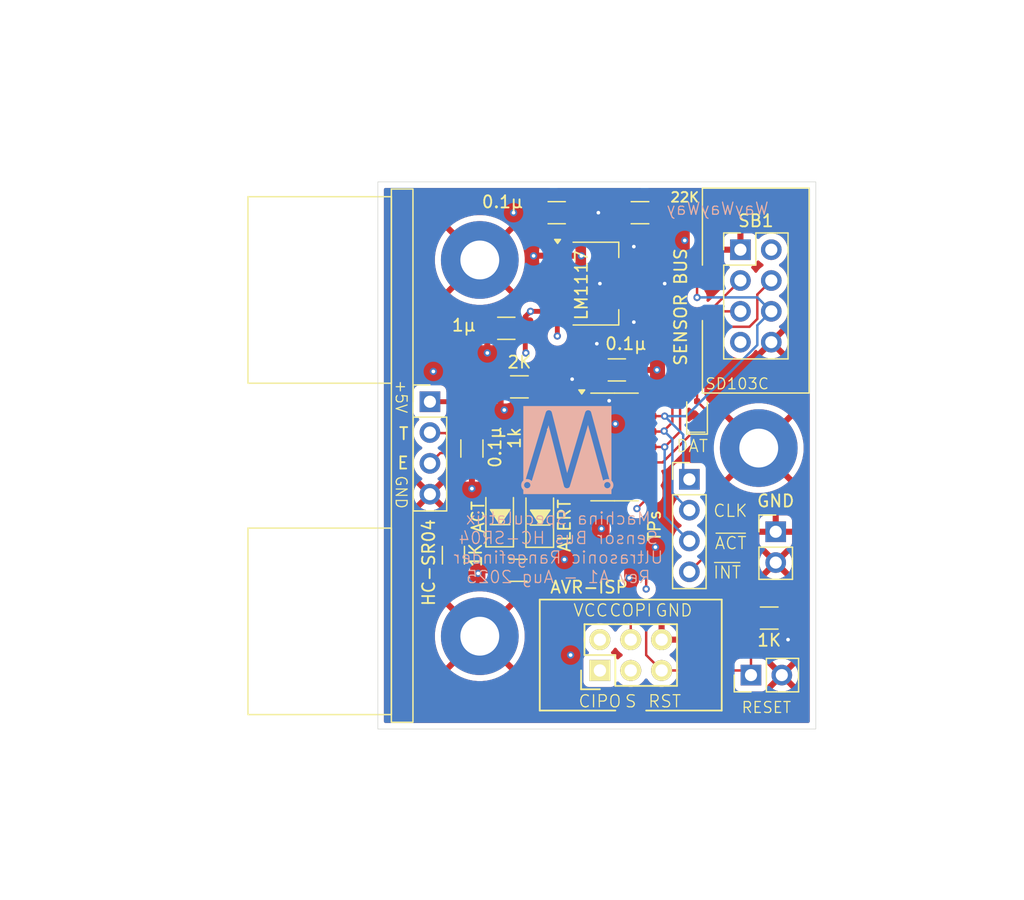
<source format=kicad_pcb>
(kicad_pcb (version 20241229) (generator "pcbnew") (generator_version "9.0")
  (layers (0 "F.Cu" signal) (4 "In1.Cu" signal) (6 "In2.Cu" signal) (2 "B.Cu" signal) (13 "F.Paste" user) (15 "B.Paste" user) (5 "F.SilkS" user "F.Silkscreen") (7 "B.SilkS" user "B.Silkscreen") (1 "F.Mask" user) (3 "B.Mask" user) (25 "Edge.Cuts" user))
  (net 0 "")
  (net 1 "GND")
  (net 2 "/ECHO_H")
  (net 3 "/TRIG")
  (net 4 "+5V")
  (net 5 "/~{RESET}")
  (net 6 "Net-(D1-K)")
  (net 7 "/SB_DAT")
  (net 8 "/SB_CLK")
  (net 9 "/~{SB_INT}")
  (net 10 "/CIPO")
  (net 11 "/~{SB_ACT}")
  (net 12 "+3V3")
  (net 13 "/ECHO_L")
  (net 14 "/SCK")
  (net 15 "/COPI")
  (net 16 "Net-(D2-K)")
  (net 17 "/ACT_LED")
  (net 18 "/ALERT_LED")
  (net 19 "/~{SB_INT}P")
  (footprint "MS_Favourites:Resistor_SMD_1206_HandSolder" (layer "F.Cu") (at 132.435 111.506)
    (property "Reference" "R2" (hide yes))
    (property "Value" "1K" (at 0 1.83 0) (layer "F.SilkS"))
    (fp_line (start -0.727064 -0.91) (end 0.727064 -0.91) (stroke (width 0.12)) (layer "F.SilkS"))
    (fp_line (start -0.727064 0.91) (end 0.727064 0.91) (stroke (width 0.12)) (layer "F.SilkS"))
    (pad "1" smd roundrect (at -1.55 0) (size 1.3 1.75) (layers "F.Cu" "F.Mask" "F.Paste") (roundrect_rratio 0.192308) (net 5 "/~{RESET}"))
    (pad "2" smd roundrect (at 1.55 0) (size 1.3 1.75) (layers "F.Cu" "F.Mask" "F.Paste") (roundrect_rratio 0.192308) (net 12 "+3V3"))
  )
  (footprint "Connector_PinHeader_2.54mm:PinHeader_1x02_P2.54mm_Vertical" (layer "F.Cu") (at 132.969 104.394)
    (property "Reference" "J2" (hide yes))
    (property "Value" "GND" (at 0 -2.535 0) (layer "F.SilkS"))
    (fp_line (start -1.38 -1.38) (end 0 -1.38) (stroke (width 0.12)) (layer "F.SilkS"))
    (fp_line (start -1.38 0) (end -1.38 -1.38) (stroke (width 0.12)) (layer "F.SilkS"))
    (fp_line (start -1.38 1.27) (end -1.38 3.92) (stroke (width 0.12)) (layer "F.SilkS"))
    (fp_line (start -1.38 1.27) (end 1.38 1.27) (stroke (width 0.12)) (layer "F.SilkS"))
    (fp_line (start -1.38 3.92) (end 1.38 3.92) (stroke (width 0.12)) (layer "F.SilkS"))
    (fp_line (start 1.38 1.27) (end 1.38 3.92) (stroke (width 0.12)) (layer "F.SilkS"))
    (pad "1" thru_hole rect (at 0 0) (size 1.7 1.7) (drill 1) (layers "*.Cu" "*.Mask") (net 1 "GND"))
    (pad "2" thru_hole circle (at 0 2.54) (size 1.7 1.7) (drill 1) (layers "*.Cu" "*.Mask") (net 1 "GND"))
  )
  (footprint "Capacitor_SMD:C_1206_3216Metric_Pad1.33x1.80mm_HandSolder" (layer "F.Cu") (at 110.7825 87.63 180)
    (property "Reference" "C2" (hide yes))
    (property "Value" "1µ" (at 3.4675 0.254 0) (layer "F.SilkS"))
    (fp_line (start -0.711252 0.91) (end 0.711252 0.91) (stroke (width 0.12)) (layer "F.SilkS"))
    (fp_line (start -0.711252 -0.91) (end 0.711252 -0.91) (stroke (width 0.12)) (layer "F.SilkS"))
    (pad "1" smd roundrect (at -1.5625 0 180) (size 1.325 1.8) (layers "F.Cu" "F.Mask" "F.Paste") (roundrect_rratio 0.188679) (net 4 "+5V"))
    (pad "2" smd roundrect (at 1.5625 0 180) (size 1.325 1.8) (layers "F.Cu" "F.Mask" "F.Paste") (roundrect_rratio 0.188679) (net 1 "GND"))
  )
  (footprint "MS_Favourites:Resistor_SMD_1206_HandSolder" (layer "F.Cu") (at 106.426 106.325 90)
    (property "Reference" "R1" (hide yes))
    (property "Value" "1K" (at 0 1.83 90) (layer "F.SilkS"))
    (fp_line (start -0.727064 -0.91) (end 0.727064 -0.91) (stroke (width 0.12)) (layer "F.SilkS"))
    (fp_line (start -0.727064 0.91) (end 0.727064 0.91) (stroke (width 0.12)) (layer "F.SilkS"))
    (pad "1" smd roundrect (at -1.55 0 90) (size 1.3 1.75) (layers "F.Cu" "F.Mask" "F.Paste") (roundrect_rratio 0.192308) (net 1 "GND"))
    (pad "2" smd roundrect (at 1.55 0 90) (size 1.3 1.75) (layers "F.Cu" "F.Mask" "F.Paste") (roundrect_rratio 0.192308) (net 6 "Net-(D1-K)"))
  )
  (footprint "Diode_SMD:D_SOD-323F" (layer "F.Cu") (at 126.492 94.742 90)
    (property "Reference" "D3" (hide yes))
    (property "Value" "SD103C" (at 2.54 3.302 180) (layer "F.SilkS") (effects (font (size 0.9 0.9) (thickness 0.1))))
    (fp_line (start -1.61 -0.85) (end 1.05 -0.85) (stroke (width 0.12)) (layer "F.SilkS"))
    (fp_line (start -1.61 -0.85) (end -1.61 0.85) (stroke (width 0.12)) (layer "F.SilkS"))
    (fp_line (start -1.61 0.85) (end 1.05 0.85) (stroke (width 0.12)) (layer "F.SilkS"))
    (pad "1" smd roundrect (at -1.1 0 90) (size 0.5 0.5) (layers "F.Cu" "F.Mask" "F.Paste") (net 19 "/~{SB_INT}P"))
    (pad "2" smd roundrect (at 1.1 0 90) (size 0.5 0.5) (layers "F.Cu" "F.Mask" "F.Paste") (net 9 "/~{SB_INT}"))
  )
  (footprint "MS_Connectors:SensorBus_2x04_P2.54mm_Vertical" (layer "F.Cu") (at 134.366 79.375)
    (property "Reference" "SB1" (at -3.031 -0.602 0) (layer "F.SilkS"))
    (property "Value" "LP_Sensor_Bus_IDC_8")
    (fp_line (start -7.434 -3.3) (end 1.355 -3.3) (stroke (width 0.12)) (layer "F.SilkS"))
    (fp_line (start -7.434 3.048) (end -7.434 -3.3) (stroke (width 0.12)) (layer "F.SilkS"))
    (fp_line (start -7.434 13.589) (end -7.434 7.62) (stroke (width 0.12)) (layer "F.SilkS"))
    (fp_line (start -5.681 0.398) (end -4.301 0.398) (stroke (width 0.12)) (layer "F.SilkS"))
    (fp_line (start -5.681 1.778) (end -5.681 0.398) (stroke (width 0.12)) (layer "F.SilkS"))
    (fp_line (start -5.681 3.048) (end -5.681 10.778) (stroke (width 0.12)) (layer "F.SilkS"))
    (fp_line (start -5.681 3.048) (end -3.031 3.048) (stroke (width 0.12)) (layer "F.SilkS"))
    (fp_line (start -5.681 10.778) (end -0.381 10.778) (stroke (width 0.12)) (layer "F.SilkS"))
    (fp_line (start -3.031 0.398) (end -0.381 0.398) (stroke (width 0.12)) (layer "F.SilkS"))
    (fp_line (start -3.031 3.048) (end -3.031 0.398) (stroke (width 0.12)) (layer "F.SilkS"))
    (fp_line (start -0.381 0.398) (end -0.381 10.778) (stroke (width 0.12)) (layer "F.SilkS"))
    (fp_line (start 1.355 -3.3) (end 1.355 13.589) (stroke (width 0.12)) (layer "F.SilkS"))
    (fp_line (start 1.355 13.589) (end -7.434 13.589) (stroke (width 0.12)) (layer "F.SilkS"))
    (pad "1" thru_hole rect (at -4.301 1.778) (size 1.7 1.7) (drill 1) (layers "*.Cu" "*.Mask") (net 1 "GND"))
    (pad "2" thru_hole circle (at -1.761 1.778) (size 1.7 1.7) (drill 1) (layers "*.Cu" "*.Mask") (net 4 "+5V"))
    (pad "3" thru_hole circle (at -4.301 4.318) (size 1.7 1.7) (drill 1) (layers "*.Cu" "*.Mask") (net 8 "/SB_CLK"))
    (pad "4" thru_hole circle (at -1.761 4.318) (size 1.7 1.7) (drill 1) (layers "*.Cu" "*.Mask") (net 9 "/~{SB_INT}"))
    (pad "5" thru_hole circle (at -4.301 6.858) (size 1.7 1.7) (drill 1) (layers "*.Cu" "*.Mask") (net 11 "/~{SB_ACT}"))
    (pad "6" thru_hole circle (at -1.761 6.858) (size 1.7 1.7) (drill 1) (layers "*.Cu" "*.Mask") (net 7 "/SB_DAT"))
    (pad "7" thru_hole circle (at -4.301 9.398) (size 1.7 1.7) (drill 1) (layers "*.Cu" "*.Mask") (net 4 "+5V"))
    (pad "8" thru_hole circle (at -1.761 9.398) (size 1.7 1.7) (drill 1) (layers "*.Cu" "*.Mask") (net 1 "GND"))
  )
  (footprint "MS_Favourites:LED_1206_SMD" (layer "F.Cu") (at 113.538 103.2145 90)
    (property "Reference" "D2" (hide yes))
    (property "Value" "ALERT" (at -0.6715 2.032 90) (layer "F.SilkS"))
    (fp_line (start 1.6 -1.135) (end -2.46 -1.135) (stroke (width 0.12)) (layer "F.SilkS"))
    (fp_line (start -2.46 -1.135) (end -2.46 1.135) (stroke (width 0.12)) (layer "F.SilkS"))
    (fp_line (start -0.63 0.84) (end -0.63 -0.78) (stroke (width 0.12)) (layer "F.SilkS"))
    (fp_line (start -2.46 1.135) (end 1.6 1.135) (stroke (width 0.12)) (layer "F.SilkS"))
    (fp_poly (pts (xy 0.6 0.84) (xy 0.6 -0.76) (xy -0.6 0.03)) (stroke (width 0.12)) (fill yes) (layer "F.SilkS"))
    (pad "1" smd roundrect (at -1.4875 0 90) (size 1.425 1.75) (layers "F.Cu" "F.Mask" "F.Paste") (roundrect_rratio 0.175439) (net 16 "Net-(D2-K)"))
    (pad "2" smd roundrect (at 1.4875 0 90) (size 1.425 1.75) (layers "F.Cu" "F.Mask" "F.Paste") (roundrect_rratio 0.175439) (net 18 "/ALERT_LED"))
  )
  (footprint "MS_Favourites:Resistor_SMD_1206_HandSolder" (layer "F.Cu") (at 111.861 92.456)
    (property "Reference" "R10" (hide yes))
    (property "Value" "2K" (at 0 -2.032 0) (layer "F.SilkS"))
    (fp_line (start -0.727064 -0.91) (end 0.727064 -0.91) (stroke (width 0.12)) (layer "F.SilkS"))
    (fp_line (start -0.727064 0.91) (end 0.727064 0.91) (stroke (width 0.12)) (layer "F.SilkS"))
    (pad "1" smd roundrect (at -1.55 0) (size 1.3 1.75) (layers "F.Cu" "F.Mask" "F.Paste") (roundrect_rratio 0.192308) (net 1 "GND"))
    (pad "2" smd roundrect (at 1.55 0) (size 1.3 1.75) (layers "F.Cu" "F.Mask" "F.Paste") (roundrect_rratio 0.192308) (net 13 "/ECHO_L"))
  )
  (footprint "Package_SO:SOIC-14_3.9x8.7mm_P1.27mm" (layer "F.Cu") (at 119.696 97.409)
    (property "Reference" "U1" (hide yes))
    (property "Value" "ATTINY84A")
    (fp_line (start 0 -4.435) (end -1.95 -4.435) (stroke (width 0.12)) (layer "F.SilkS"))
    (fp_line (start 0 -4.435) (end 1.95 -4.435) (stroke (width 0.12)) (layer "F.SilkS"))
    (fp_line (start 0 4.435) (end -1.95 4.435) (stroke (width 0.12)) (layer "F.SilkS"))
    (fp_line (start 0 4.435) (end 1.95 4.435) (stroke (width 0.12)) (layer "F.SilkS"))
    (fp_poly (pts (xy -2.7 -4.37) (xy -2.94 -4.7) (xy -2.46 -4.7)) (stroke (width 0.12)) (fill yes) (layer "F.SilkS"))
    (pad "1" smd roundrect (at -2.475 -3.81) (size 1.95 0.6) (layers "F.Cu" "F.Mask" "F.Paste") (net 12 "+3V3"))
    (pad "2" smd roundrect (at -2.475 -2.54) (size 1.95 0.6) (layers "F.Cu" "F.Mask" "F.Paste") (net 13 "/ECHO_L"))
    (pad "3" smd roundrect (at -2.475 -1.27) (size 1.95 0.6) (layers "F.Cu" "F.Mask" "F.Paste") (net 3 "/TRIG"))
    (pad "4" smd roundrect (at -2.475 0) (size 1.95 0.6) (layers "F.Cu" "F.Mask" "F.Paste") (net 5 "/~{RESET}"))
    (pad "5" smd roundrect (at -2.475 1.27) (size 1.95 0.6) (layers "F.Cu" "F.Mask" "F.Paste") (net 17 "/ACT_LED"))
    (pad "6" smd roundrect (at -2.475 2.54) (size 1.95 0.6) (layers "F.Cu" "F.Mask" "F.Paste") (net 18 "/ALERT_LED"))
    (pad "7" smd roundrect (at -2.475 3.81) (size 1.95 0.6) (layers "F.Cu" "F.Mask" "F.Paste") (net 15 "/COPI"))
    (pad "8" smd roundrect (at 2.475 3.81) (size 1.95 0.6) (layers "F.Cu" "F.Mask" "F.Paste") (net 10 "/CIPO"))
    (pad "9" smd roundrect (at 2.475 2.54) (size 1.95 0.6) (layers "F.Cu" "F.Mask" "F.Paste") (net 14 "/SCK"))
    (pad "10" smd roundrect (at 2.475 1.27) (size 1.95 0.6) (layers "F.Cu" "F.Mask" "F.Paste") (net 19 "/~{SB_INT}P"))
    (pad "11" smd roundrect (at 2.475 0) (size 1.95 0.6) (layers "F.Cu" "F.Mask" "F.Paste") (net 11 "/~{SB_ACT}"))
    (pad "12" smd roundrect (at 2.475 -1.27) (size 1.95 0.6) (layers "F.Cu" "F.Mask" "F.Paste") (net 8 "/SB_CLK"))
    (pad "13" smd roundrect (at 2.475 -2.54) (size 1.95 0.6) (layers "F.Cu" "F.Mask" "F.Paste") (net 7 "/SB_DAT"))
    (pad "14" smd roundrect (at 2.475 -3.81) (size 1.95 0.6) (layers "F.Cu" "F.Mask" "F.Paste") (net 1 "GND"))
  )
  (footprint "MS_Favourites:MountingHole_M3_Pad" (layer "F.Cu") (at 108.6 113)
    (property "Reference" "H3" (hide yes))
    (property "Value" "MountingHole_Pad" (hide yes))
    (pad "1" thru_hole circle (at 0 0) (size 6.4 6.4) (drill 3.2) (layers "*.Cu" "*.Mask") (net 1 "GND"))
  )
  (footprint "Capacitor_SMD:C_1206_3216Metric_Pad1.33x1.80mm_HandSolder" (layer "F.Cu") (at 119.888 91.059)
    (property "Reference" "C4" (hide yes))
    (property "Value" "0.1µ" (at 0.762 -2.159 0) (layer "F.SilkS"))
    (fp_line (start -0.711252 -0.91) (end 0.711252 -0.91) (stroke (width 0.12)) (layer "F.SilkS"))
    (fp_line (start -0.711252 0.91) (end 0.711252 0.91) (stroke (width 0.12)) (layer "F.SilkS"))
    (pad "1" smd roundrect (at -1.5625 0) (size 1.325 1.8) (layers "F.Cu" "F.Mask" "F.Paste") (roundrect_rratio 0.188679) (net 12 "+3V3"))
    (pad "2" smd roundrect (at 1.5625 0) (size 1.325 1.8) (layers "F.Cu" "F.Mask" "F.Paste") (roundrect_rratio 0.188679) (net 1 "GND"))
  )
  (footprint "Capacitor_SMD:C_1206_3216Metric_Pad1.33x1.80mm_HandSolder" (layer "F.Cu") (at 114.935 78.105)
    (property "Reference" "C5" (hide yes))
    (property "Value" "0.1µ" (at -4.445 -0.889 0) (layer "F.SilkS"))
    (fp_line (start -0.711252 -0.91) (end 0.711252 -0.91) (stroke (width 0.12)) (layer "F.SilkS"))
    (fp_line (start -0.711252 0.91) (end 0.711252 0.91) (stroke (width 0.12)) (layer "F.SilkS"))
    (pad "1" smd roundrect (at -1.5625 0) (size 1.325 1.8) (layers "F.Cu" "F.Mask" "F.Paste") (roundrect_rratio 0.188679) (net 1 "GND"))
    (pad "2" smd roundrect (at 1.5625 0) (size 1.325 1.8) (layers "F.Cu" "F.Mask" "F.Paste") (roundrect_rratio 0.188679) (net 12 "+3V3"))
  )
  (footprint "MS_Favourites:Resistor_SMD_1206_HandSolder" (layer "F.Cu") (at 111.76 107.569)
    (property "Reference" "R3" (hide yes))
    (property "Value" "1K")
    (fp_line (start -0.727064 -0.91) (end 0.727064 -0.91) (stroke (width 0.12)) (layer "F.SilkS"))
    (fp_line (start -0.727064 0.91) (end 0.727064 0.91) (stroke (width 0.12)) (layer "F.SilkS"))
    (pad "1" smd roundrect (at -1.55 0) (size 1.3 1.75) (layers "F.Cu" "F.Mask" "F.Paste") (roundrect_rratio 0.192308) (net 1 "GND"))
    (pad "2" smd roundrect (at 1.55 0) (size 1.3 1.75) (layers "F.Cu" "F.Mask" "F.Paste") (roundrect_rratio 0.192308) (net 16 "Net-(D2-K)"))
  )
  (footprint "MS_Connectors:AVR_ISP_HE10_2x3" (layer "F.Cu") (at 121.031 114.554 90)
    (property "Reference" "CONN1" (hide yes))
    (property "Value" "AVR-ISP" (at 5.588 -3.429 180) (layer "F.SilkS"))
    (fp_line (start 4.572 -7.493) (end 4.572 7.493) (stroke (width 0.15)) (layer "F.SilkS"))
    (fp_line (start -4.572 -7.493) (end 4.572 -7.493) (stroke (width 0.15)) (layer "F.SilkS"))
    (fp_line (start -2.82 -4.09) (end -1.27 -4.09) (stroke (width 0.15)) (layer "F.SilkS"))
    (fp_line (start -2.82 -4.09) (end -2.82 -2.54) (stroke (width 0.15)) (layer "F.SilkS"))
    (fp_line (start 2.54 -3.81) (end 0 -3.81) (stroke (width 0.15)) (layer "F.SilkS"))
    (fp_line (start 0 -3.81) (end 0 -1.27) (stroke (width 0.15)) (layer "F.SilkS"))
    (fp_line (start 2.54 -1.27) (end 2.54 -3.81) (stroke (width 0.15)) (layer "F.SilkS"))
    (fp_line (start 0 -1.27) (end -2.54 -1.27) (stroke (width 0.15)) (layer "F.SilkS"))
    (fp_line (start -2.54 -1.27) (end -2.54 3.81) (stroke (width 0.15)) (layer "F.SilkS"))
    (fp_line (start -4.572 -1.27) (end -4.572 -7.493) (stroke (width 0.15)) (layer "F.SilkS"))
    (fp_line (start 2.54 3.81) (end 2.54 -1.27) (stroke (width 0.15)) (layer "F.SilkS"))
    (fp_line (start -2.54 3.81) (end 2.54 3.81) (stroke (width 0.15)) (layer "F.SilkS"))
    (fp_line (start 4.572 7.493) (end -4.572 7.493) (stroke (width 0.15)) (layer "F.SilkS"))
    (fp_line (start -4.572 7.493) (end -4.572 1.27) (stroke (width 0.15)) (layer "F.SilkS"))
    (fp_text user "COPI" (at 3.683 0 180) (layer "F.SilkS") (effects (font (thickness 0.1))))
    (fp_text user "VCC" (at 3.683 -3.302 180) (layer "F.SilkS") (effects (font (thickness 0.1))))
    (fp_text user "CIPO" (at -3.81 -2.54 180) (layer "F.SilkS") (effects (font (thickness 0.1))))
    (fp_text user "S" (at -3.81 0 180) (layer "F.SilkS") (effects (font (thickness 0.1))))
    (fp_text user "RST" (at -3.81 2.794 180) (layer "F.SilkS") (effects (font (thickness 0.1))))
    (fp_text user "GND" (at 3.683 3.556 180) (layer "F.SilkS") (effects (font (thickness 0.1))))
    (pad "1" thru_hole rect (at -1.27 -2.54 180) (size 1.7272 1.7272) (drill 1.016) (layers "*.Cu" "*.Mask" "F.SilkS") (net 10 "/CIPO"))
    (pad "2" thru_hole oval (at 1.27 -2.54 90) (size 1.7272 1.7272) (drill 1.016) (layers "*.Cu" "*.Mask" "F.SilkS") (net 4 "+5V"))
    (pad "3" thru_hole oval (at -1.27 0 90) (size 1.7272 1.7272) (drill 1.016) (layers "*.Cu" "*.Mask" "F.SilkS") (net 14 "/SCK"))
    (pad "4" thru_hole oval (at 1.27 0 90) (size 1.7272 1.7272) (drill 1.016) (layers "*.Cu" "*.Mask" "F.SilkS") (net 15 "/COPI"))
    (pad "5" thru_hole oval (at -1.27 2.54 90) (size 1.7272 1.7272) (drill 1.016) (layers "*.Cu" "*.Mask" "F.SilkS") (net 5 "/~{RESET}"))
    (pad "6" thru_hole oval (at 1.27 2.54 90) (size 1.7272 1.7272) (drill 1.016) (layers "*.Cu" "*.Mask" "F.SilkS") (net 1 "GND"))
  )
  (footprint "MS_Favourites:Resistor_SMD_1206_HandSolder" (layer "F.Cu") (at 113.284 96.673 -90)
    (property "Reference" "R9" (hide yes))
    (property "Value" "1k" (at 0 1.83 90) (layer "F.SilkS"))
    (fp_line (start -0.727064 0.91) (end 0.727064 0.91) (stroke (width 0.12)) (layer "F.SilkS"))
    (fp_line (start -0.727064 -0.91) (end 0.727064 -0.91) (stroke (width 0.12)) (layer "F.SilkS"))
    (pad "1" smd roundrect (at -1.55 0 270) (size 1.3 1.75) (layers "F.Cu" "F.Mask" "F.Paste") (roundrect_rratio 0.192308) (net 13 "/ECHO_L"))
    (pad "2" smd roundrect (at 1.55 0 270) (size 1.3 1.75) (layers "F.Cu" "F.Mask" "F.Paste") (roundrect_rratio 0.192308) (net 2 "/ECHO_H"))
  )
  (footprint "Connector_PinHeader_2.54mm:PinHeader_1x04_P2.54mm_Vertical" (layer "F.Cu") (at 125.857 100.076)
    (property "Reference" "J1" (hide yes))
    (property "Value" "TPs")
    (fp_line (start -1.38 -1.38) (end 0 -1.38) (stroke (width 0.12)) (layer "F.SilkS"))
    (fp_line (start -1.38 0) (end -1.38 -1.38) (stroke (width 0.12)) (layer "F.SilkS"))
    (fp_line (start -1.38 1.27) (end -1.38 9) (stroke (width 0.12)) (layer "F.SilkS"))
    (fp_line (start -1.38 1.27) (end 1.38 1.27) (stroke (width 0.12)) (layer "F.SilkS"))
    (fp_line (start -1.38 9) (end 1.38 9) (stroke (width 0.12)) (layer "F.SilkS"))
    (fp_line (start 1.38 1.27) (end 1.38 9) (stroke (width 0.12)) (layer "F.SilkS"))
    (pad "1" thru_hole rect (at 0 0) (size 1.7 1.7) (drill 1) (layers "*.Cu" "*.Mask") (net 7 "/SB_DAT"))
    (pad "2" thru_hole circle (at 0 2.54) (size 1.7 1.7) (drill 1) (layers "*.Cu" "*.Mask") (net 8 "/SB_CLK"))
    (pad "3" thru_hole circle (at 0 5.08) (size 1.7 1.7) (drill 1) (layers "*.Cu" "*.Mask") (net 11 "/~{SB_ACT}"))
    (pad "4" thru_hole circle (at 0 7.62) (size 1.7 1.7) (drill 1) (layers "*.Cu" "*.Mask") (net 9 "/~{SB_INT}"))
  )
  (footprint "MS_General:HC-SR04" (layer "F.Cu") (at 104.4935 97.489)
    (property "Reference" "A1" (hide yes))
    (property "Value" "HC-SR04" (at -0.0995 9.445 90) (layer "F.SilkS"))
    (fp_line (start -1.38 -5.19) (end 0 -5.19) (stroke (width 0.12)) (layer "F.SilkS"))
    (fp_line (start -1.38 -3.81) (end -1.38 -5.19) (stroke (width 0.12)) (layer "F.SilkS"))
    (fp_line (start -1.38 -2.54) (end -1.38 5.19) (stroke (width 0.12)) (layer "F.SilkS"))
    (fp_line (start -1.38 -2.54) (end 1.38 -2.54) (stroke (width 0.12)) (layer "F.SilkS"))
    (fp_line (start -1.38 5.19) (end 1.38 5.19) (stroke (width 0.12)) (layer "F.SilkS"))
    (fp_line (start 1.38 -2.54) (end 1.38 5.19) (stroke (width 0.12)) (layer "F.SilkS"))
    (fp_rect (start -14.986 -20.701) (end -3.175 -5.334) (stroke (width 0.12)) (fill no) (layer "F.SilkS"))
    (fp_rect (start -14.986 6.604) (end -3.175 21.971) (stroke (width 0.12)) (fill no) (layer "F.SilkS"))
    (fp_rect (start -3.175 -21.336) (end -1.397 22.606) (stroke (width 0.12)) (fill no) (layer "F.SilkS"))
    (fp_text user "GND" (at -2.8935 2.206 270) (layer "F.SilkS") (effects (font (size 0.9 0.9) (thickness 0.1)) (justify left bottom)))
    (fp_text user "+5V" (at -2.8935 -5.668 270) (layer "F.SilkS") (effects (font (size 0.9 0.9) (thickness 0.1)) (justify left bottom)))
    (fp_text user "T" (at -2.6395 -0.588 0) (layer "F.SilkS") (effects (justify left bottom)))
    (fp_text user "E" (at -2.7665 1.825 0) (layer "F.SilkS") (effects (justify left bottom)))
    (pad "1" thru_hole rect (at 0 -3.81) (size 1.7 1.7) (drill 1) (layers "*.Cu" "*.Mask") (net 4 "+5V"))
    (pad "2" thru_hole circle (at 0 -1.27) (size 1.7 1.7) (drill 1) (layers "*.Cu" "*.Mask") (net 3 "/TRIG"))
    (pad "3" thru_hole circle (at 0 1.27) (size 1.7 1.7) (drill 1) (layers "*.Cu" "*.Mask") (net 2 "/ECHO_H"))
    (pad "4" thru_hole circle (at 0 3.81) (size 1.7 1.7) (drill 1) (layers "*.Cu" "*.Mask") (net 1 "GND"))
  )
  (footprint "Package_TO_SOT_SMD:SOT-223-3_TabPin2" (layer "F.Cu") (at 118.135 83.947)
    (property "Reference" "LM1" (hide yes))
    (property "Value" "LM1117" (at -1.168 0.127 90) (layer "F.SilkS"))
    (fp_line (start -1.85 -3.41) (end 1.91 -3.41) (stroke (width 0.12)) (layer "F.SilkS"))
    (fp_line (start -1.85 3.41) (end 1.91 3.41) (stroke (width 0.12)) (layer "F.SilkS"))
    (fp_line (start 1.91 -3.41) (end 1.91 -2.15) (stroke (width 0.12)) (layer "F.SilkS"))
    (fp_line (start 1.91 3.41) (end 1.91 2.15) (stroke (width 0.12)) (layer "F.SilkS"))
    (fp_poly (pts (xy -3.13 -3.31) (xy -3.37 -3.64) (xy -2.89 -3.64) (xy -3.13 -3.31)) (stroke (width 0.12)) (fill yes) (layer "F.SilkS"))
    (pad "1" smd roundrect (at -3.15 -2.3) (size 2 1.5) (layers "F.Cu" "F.Mask" "F.Paste") (net 1 "GND"))
    (pad "2" smd roundrect (at -3.15 0) (size 2 1.5) (layers "F.Cu" "F.Mask" "F.Paste") (net 12 "+3V3"))
    (pad "2" smd roundrect (at 3.15 0) (size 2 3.8) (layers "F.Cu" "F.Mask" "F.Paste") (net 12 "+3V3"))
    (pad "3" smd roundrect (at -3.15 2.3) (size 2 1.5) (layers "F.Cu" "F.Mask" "F.Paste") (net 4 "+5V"))
  )
  (footprint "MS_Favourites:Resistor_SMD_1206_HandSolder" (layer "F.Cu") (at 121.793 78.105 180)
    (property "Reference" "R8" (hide yes))
    (property "Value" "22K" (at -3.683 1.27 0) (layer "F.SilkS") (effects (font (size 0.8 0.8))))
    (fp_line (start -0.727064 0.91) (end 0.727064 0.91) (stroke (width 0.12)) (layer "F.SilkS"))
    (fp_line (start -0.727064 -0.91) (end 0.727064 -0.91) (stroke (width 0.12)) (layer "F.SilkS"))
    (pad "1" smd roundrect (at -1.55 0 180) (size 1.3 1.75) (layers "F.Cu" "F.Mask" "F.Paste") (roundrect_rratio 0.192308) (net 7 "/SB_DAT"))
    (pad "2" smd roundrect (at 1.55 0 180) (size 1.3 1.75) (layers "F.Cu" "F.Mask" "F.Paste") (roundrect_rratio 0.192308) (net 12 "+3V3"))
  )
  (footprint "MS_Favourites:MountingHole_M3_Pad" (layer "F.Cu") (at 108.6 82)
    (property "Reference" "H1" (hide yes))
    (property "Value" "MountingHole_Pad" (hide yes))
    (pad "1" thru_hole circle (at 0 0) (size 6.4 6.4) (drill 3.2) (layers "*.Cu" "*.Mask") (net 1 "GND"))
  )
  (footprint "Connector_PinHeader_2.54mm:PinHeader_1x02_P2.54mm_Vertical" (layer "F.Cu") (at 130.932 116.205 90)
    (property "Reference" "J3" (hide yes))
    (property "Value" "RESET" (at -2.667 1.27 180) (layer "F.SilkS") (effects (font (size 0.9 0.9) (thickness 0.1))))
    (fp_line (start -1.38 -1.38) (end 0 -1.38) (stroke (width 0.12)) (layer "F.SilkS"))
    (fp_line (start -1.38 0) (end -1.38 -1.38) (stroke (width 0.12)) (layer "F.SilkS"))
    (fp_line (start 1.38 1.27) (end 1.38 3.92) (stroke (width 0.12)) (layer "F.SilkS"))
    (fp_line (start -1.38 1.27) (end 1.38 1.27) (stroke (width 0.12)) (layer "F.SilkS"))
    (fp_line (start -1.38 1.27) (end -1.38 3.92) (stroke (width 0.12)) (layer "F.SilkS"))
    (fp_line (start -1.38 3.92) (end 1.38 3.92) (stroke (width 0.12)) (layer "F.SilkS"))
    (pad "1" thru_hole rect (at 0 0 90) (size 1.7 1.7) (drill 1) (layers "*.Cu" "*.Mask") (net 5 "/~{RESET}"))
    (pad "2" thru_hole circle (at 0 2.54 90) (size 1.7 1.7) (drill 1) (layers "*.Cu" "*.Mask") (net 1 "GND"))
  )
  (footprint "Capacitor_SMD:C_1206_3216Metric_Pad1.33x1.80mm_HandSolder" (layer "F.Cu") (at 107.95 97.536 -90)
    (property "Reference" "C1" (hide yes))
    (property "Value" "0.1µ" (at -0.127 -1.905 90) (layer "F.SilkS"))
    (fp_line (start -0.711252 0.91) (end 0.711252 0.91) (stroke (width 0.12)) (layer "F.SilkS"))
    (fp_line (start -0.711252 -0.91) (end 0.711252 -0.91) (stroke (width 0.12)) (layer "F.SilkS"))
    (pad "1" smd roundrect (at -1.5625 0 270) (size 1.325 1.8) (layers "F.Cu" "F.Mask" "F.Paste") (roundrect_rratio 0.188679) (net 4 "+5V"))
    (pad "2" smd roundrect (at 1.5625 0 270) (size 1.325 1.8) (layers "F.Cu" "F.Mask" "F.Paste") (roundrect_rratio 0.188679) (net 1 "GND"))
  )
  (footprint "MS_Favourites:LED_1206_SMD" (layer "F.Cu") (at 110.236 103.178 90)
    (property "Reference" "D1" (hide yes))
    (property "Value" "ACT" (at 0 -1.778 90) (layer "F.SilkS"))
    (fp_line (start 1.6 -1.135) (end -2.46 -1.135) (stroke (width 0.12)) (layer "F.SilkS"))
    (fp_line (start -2.46 -1.135) (end -2.46 1.135) (stroke (width 0.12)) (layer "F.SilkS"))
    (fp_line (start -0.63 0.84) (end -0.63 -0.78) (stroke (width 0.12)) (layer "F.SilkS"))
    (fp_line (start -2.46 1.135) (end 1.6 1.135) (stroke (width 0.12)) (layer "F.SilkS"))
    (fp_poly (pts (xy 0.6 0.84) (xy 0.6 -0.76) (xy -0.6 0.03)) (stroke (width 0.12)) (fill yes) (layer "F.SilkS"))
    (pad "1" smd roundrect (at -1.4875 0 90) (size 1.425 1.75) (layers "F.Cu" "F.Mask" "F.Paste") (roundrect_rratio 0.175439) (net 6 "Net-(D1-K)"))
    (pad "2" smd roundrect (at 1.4875 0 90) (size 1.425 1.75) (layers "F.Cu" "F.Mask" "F.Paste") (roundrect_rratio 0.175439) (net 17 "/ACT_LED"))
  )
  (footprint "MS_Favourites:MountingHole_M3_Pad" (layer "F.Cu") (at 131.572 97.5)
    (property "Reference" "H2" (hide yes))
    (property "Value" "MountingHole_Pad" (hide yes))
    (pad "1" thru_hole circle (at 0 0) (size 6.4 6.4) (drill 3.2) (layers "*.Cu" "*.Mask") (net 1 "GND"))
  )
  (footprint "MS_General:MS-logo" (layer "B.Cu") (at 115.824 97.663 180)
    (property "Reference" "G***" (hide yes))
    (property "Value" "LOGO" (hide yes))
    (fp_poly (pts (xy 3.639371 -2.501401) (xy 3.672212 -2.532865) (xy 3.732284 -2.604746) (xy 3.776043 -2.687398) (xy 3.80349 -2.777438) (xy 3.814625 -2.871481) (xy 3.809447 -2.966141) (xy 3.787957 -3.058035) (xy 3.750154 -3.143777) (xy 3.696039 -3.219984) (xy 3.672212 -3.244771) (xy 3.639371 -3.276235) (xy 3.639371 -3.628571) (xy -3.617772 -3.628571) (xy -3.617772 -3.258612) (xy -3.654326 -3.218152) (xy -3.713197 -3.137669) (xy -3.753624 -3.048991) (xy -3.775607 -2.955161) (xy -3.777358 -2.907721) (xy -3.538689 -2.907721) (xy -3.524776 -2.973768) (xy -3.49322 -3.033423) (xy -3.445997 -3.083652) (xy -3.385084 -3.121423) (xy -3.337524 -3.138268) (xy -3.291562 -3.14626) (xy -3.246874 -3.143959) (xy -3.19501 -3.130652) (xy -3.177898 -3.124802) (xy -3.135902 -3.101435) (xy -3.094035 -3.064286) (xy -3.058707 -3.02024) (xy -3.03633 -2.976179) (xy -3.034797 -2.971137) (xy -3.023161 -2.893642) (xy -3.032227 -2.820988) (xy -3.061724 -2.754459) (xy -3.088557 -2.718647) (xy -3.142476 -2.671863) (xy -3.203077 -2.643368) (xy -3.267091 -2.632283) (xy -3.331247 -2.637726) (xy -3.392277 -2.658817) (xy -3.446911 -2.694676) (xy -3.491879 -2.744423) (xy -3.523913 -2.807177) (xy -3.532983 -2.838315) (xy -3.538689 -2.907721) (xy -3.777358 -2.907721) (xy -3.779148 -2.859225) (xy -3.764245 -2.764226) (xy -3.730899 -2.67321) (xy -3.67911 -2.589221) (xy -3.654326 -2.559484) (xy -3.617772 -2.519023) (xy -3.617772 -2.398635) (xy -3.433881 -2.398635) (xy -3.428416 -2.40576) (xy -3.409322 -2.403838) (xy -3.395191 -2.40092) (xy -3.340087 -2.394081) (xy -3.274297 -2.393003) (xy -3.207291 -2.397319) (xy -3.148539 -2.406662) (xy -3.131298 -2.411165) (xy -3.090484 -2.426848) (xy -3.043085 -2.450005) (xy -3.003169 -2.473271) (xy -2.970293 -2.493931) (xy -2.945398 -2.508463) (xy -2.933071 -2.514216) (xy -2.932534 -2.514105) (xy -2.929529 -2.503524) (xy -2.921146 -2.473035) (xy -2.907642 -2.423582) (xy -2.88927 -2.356107) (xy -2.866288 -2.271554) (xy -2.83895 -2.170866) (xy -2.807513 -2.054986) (xy -2.772231 -1.924857) (xy -2.733361 -1.781423) (xy -2.691158 -1.625626) (xy -2.645877 -1.458411) (xy -2.597774 -1.28072) (xy -2.547106 -1.093496) (xy -2.494126 -0.897683) (xy -2.439092 -0.694223) (xy -2.382258 -0.484061) (xy -2.32388 -0.268138) (xy -2.310618 -0.219078) (xy -2.251944 -0.002077) (xy -2.194753 0.209327) (xy -2.139303 0.414195) (xy -2.085848 0.611587) (xy -2.034643 0.800562) (xy -1.985944 0.980181) (xy -1.940006 1.149503) (xy -1.897086 1.307589) (xy -1.857438 1.453498) (xy -1.821318 1.58629) (xy -1.788981 1.705025) (xy -1.760683 1.808764) (xy -1.736679 1.896566) (xy -1.717225 1.96749) (xy -1.702576 2.020598) (xy -1.692988 2.054949) (xy -1.688716 2.069603) (xy -1.688513 2.070089) (xy -1.685262 2.059643) (xy -1.676157 2.029373) (xy -1.661462 1.980167) (xy -1.64144 1.912914) (xy -1.616355 1.828504) (xy -1.586469 1.727826) (xy -1.552047 1.611768) (xy -1.513351 1.481221) (xy -1.470645 1.337074) (xy -1.424193 1.180215) (xy -1.374257 1.011534) (xy -1.321101 0.831921) (xy -1.264989 0.642263) (xy -1.206184 0.443452) (xy -1.144949 0.236375) (xy -1.081548 0.021923) (xy -1.016243 -0.199017) (xy -0.9493 -0.425553) (xy -0.93975 -0.457874) (xy -0.872464 -0.685502) (xy -0.806684 -0.907846) (xy -0.742679 -1.124006) (xy -0.680716 -1.333079) (xy -0.621065 -1.534164) (xy -0.563996 -1.72636) (xy -0.509776 -1.908765) (xy -0.458675 -2.080477) (xy -0.410961 -2.240595) (xy -0.366904 -2.388217) (xy -0.326772 -2.522442) (xy -0.290835 -2.642369) (xy -0.25936 -2.747095) (xy -0.232617 -2.835719) (xy -0.210875 -2.90734) (xy -0.194402 -2.961057) (xy -0.183468 -2.995966) (xy -0.178342 -3.011168) (xy -0.178131 -3.011623) (xy -0.146562 -3.059074) (xy -0.107297 -3.094872) (xy -0.075595 -3.11484) (xy -0.020702 -3.135403) (xy 0.043196 -3.143095) (xy 0.107557 -3.137643) (xy 0.15659 -3.122312) (xy 0.216902 -3.083421) (xy 0.263579 -3.029828) (xy 0.281416 -2.996811) (xy 0.285758 -2.982514) (xy 0.295117 -2.948196) (xy 0.305833 -2.907721) (xy 3.059695 -2.907721) (xy 3.073608 -2.973768) (xy 3.105165 -3.033423) (xy 3.152388 -3.083652) (xy 3.2133 -3.121423) (xy 3.26086 -3.138268) (xy 3.306822 -3.14626) (xy 3.35151 -3.143959) (xy 3.403374 -3.130652) (xy 3.420486 -3.124802) (xy 3.462483 -3.101435) (xy 3.50435 -3.064286) (xy 3.539677 -3.02024) (xy 3.562054 -2.976179) (xy 3.563587 -2.971137) (xy 3.575224 -2.893642) (xy 3.566157 -2.820988) (xy 3.536661 -2.754459) (xy 3.509827 -2.718647) (xy 3.455908 -2.671863) (xy 3.395307 -2.643368) (xy 3.331294 -2.632283) (xy 3.267137 -2.637726) (xy 3.206108 -2.658817) (xy 3.151474 -2.694676) (xy 3.106505 -2.744423) (xy 3.074472 -2.807177) (xy 3.065402 -2.838315) (xy 3.059695 -2.907721) (xy 0.305833 -2.907721) (xy 0.309258 -2.894784) (xy 0.327943 -2.823208) (xy 0.350935 -2.734395) (xy 0.378 -2.629274) (xy 0.408899 -2.508773) (xy 0.443397 -2.37382) (xy 0.481257 -2.225344) (xy 0.522243 -2.064272) (xy 0.566118 -1.891535) (xy 0.612645 -1.708059) (xy 0.661589 -1.514773) (xy 0.712713 -1.312605) (xy 0.765779 -1.102484) (xy 0.820553 -0.885338) (xy 0.876797 -0.662095) (xy 0.929878 -0.451161) (xy 0.987084 -0.223768) (xy 1.04291 -0.001954) (xy 1.097129 0.213373) (xy 1.14951 0.421307) (xy 1.199826 0.620943) (xy 1.247846 0.811374) (xy 1.293343 0.991695) (xy 1.336086 1.161) (xy 1.375848 1.318381) (xy 1.412398 1.462935) (xy 1.445509 1.593754) (xy 1.474951 1.709933) (xy 1.500495 1.810565) (xy 1.521913 1.894745) (xy 1.538974 1.961566) (xy 1.551451 2.010123) (xy 1.559114 2.039509) (xy 1.561729 2.048843) (xy 1.565022 2.038422) (xy 1.574247 2.008247) (xy 1.589122 1.95925) (xy 1.609367 1.892363) (xy 1.634701 1.808518) (xy 1.664843 1.708648) (xy 1.699513 1.593684) (xy 1.73843 1.464558) (xy 1.781313 1.322203) (xy 1.827881 1.167551) (xy 1.877854 1.001533) (xy 1.930951 0.825082) (xy 1.986891 0.639129) (xy 2.045394 0.444608) (xy 2.106177 0.242449) (xy 2.168962 0.033585) (xy 2.233467 -0.181052) (xy 2.252088 -0.243022) (xy 2.31706 -0.45922) (xy 2.380413 -0.669957) (xy 2.441863 -0.874298) (xy 2.501129 -1.071308) (xy 2.557928 -1.260051) (xy 2.61198 -1.439593) (xy 2.663001 -1.608998) (xy 2.71071 -1.76733) (xy 2.754825 -1.913655) (xy 2.795064 -2.047036) (xy 2.831145 -2.16654) (xy 2.862785 -2.27123) (xy 2.889704 -2.360172) (xy 2.911618 -2.432429) (xy 2.928246 -2.487068) (xy 2.939305 -2.523151) (xy 2.944515 -2.539745) (xy 2.944887 -2.540771) (xy 2.954784 -2.53873) (xy 2.975568 -2.525014) (xy 2.997955 -2.506692) (xy 3.075699 -2.452095) (xy 3.164651 -2.413502) (xy 3.259943 -2.392492) (xy 3.355888 -2.390575) (xy 3.402346 -2.392968) (xy 3.428335 -2.390626) (xy 3.434183 -2.385804) (xy 3.431123 -2.37469) (xy 3.422148 -2.343933) (xy 3.407572 -2.294571) (xy 3.387706 -2.227645) (xy 3.362862 -2.144191) (xy 3.333352 -2.045249) (xy 3.299488 -1.931859) (xy 3.261583 -1.805058) (xy 3.219948 -1.665886) (xy 3.174895 -1.515381) (xy 3.126736 -1.354582) (xy 3.075783 -1.184528) (xy 3.022349 -1.006258) (xy 2.966744 -0.82081) (xy 2.909281 -0.629224) (xy 2.850273 -0.432538) (xy 2.79003 -0.231791) (xy 2.728866 -0.028022) (xy 2.667091 0.177731) (xy 2.605019 0.384428) (xy 2.54296 0.591031) (xy 2.481228 0.796501) (xy 2.420133 0.999799) (xy 2.359989 1.199886) (xy 2.301106 1.395724) (xy 2.243797 1.586274) (xy 2.188374 1.770497) (xy 2.135149 1.947354) (xy 2.084434 2.115806) (xy 2.03654 2.274815) (xy 1.991781 2.423341) (xy 1.950467 2.560347) (xy 1.912911 2.684792) (xy 1.879425 2.795639) (xy 1.85032 2.891848) (xy 1.825909 2.972381) (xy 1.806504 3.036199) (xy 1.792417 3.082263) (xy 1.783959 3.109534) (xy 1.781582 3.116816) (xy 1.746285 3.182619) (xy 1.696597 3.233051) (xy 1.634654 3.26665) (xy 1.562589 3.281952) (xy 1.539482 3.282756) (xy 1.46417 3.273064) (xy 1.399148 3.245361) (xy 1.346327 3.200837) (xy 1.307615 3.140683) (xy 1.306047 3.137203) (xy 1.301698 3.1229) (xy 1.292329 3.088578) (xy 1.278178 3.035166) (xy 1.259482 2.963595) (xy 1.236477 2.874794) (xy 1.209401 2.769694) (xy 1.178491 2.649223) (xy 1.143983 2.514313) (xy 1.106116 2.365893) (xy 1.065125 2.204893) (xy 1.021248 2.032242) (xy 0.974722 1.848871) (xy 0.925784 1.65571) (xy 0.874671 1.453689) (xy 0.821619 1.243737) (xy 0.766867 1.026784) (xy 0.710651 0.803761) (xy 0.659326 0.599914) (xy 0.602176 0.37284) (xy 0.546406 0.15131) (xy 0.492245 -0.063766) (xy 0.439923 -0.271478) (xy 0.389669 -0.470916) (xy 0.341714 -0.661171) (xy 0.296287 -0.841333) (xy 0.253618 -1.010491) (xy 0.213936 -1.167736) (xy 0.177471 -1.312157) (xy 0.144452 -1.442846) (xy 0.11511 -1.558892) (xy 0.089674 -1.659385) (xy 0.068374 -1.743416) (xy 0.051439 -1.810074) (xy 0.039099 -1.85845) (xy 0.031583 -1.887634) (xy 0.029125 -1.896753) (xy 0.025877 -1.88678) (xy 0.016782 -1.856987) (xy 0.002105 -1.808268) (xy -0.017888 -1.741518) (xy -0.042932 -1.657631) (xy -0.07276 -1.557502) (xy -0.107108 -1.442027) (xy -0.14571 -1.3121) (xy -0.188301 -1.168616) (xy -0.234614 -1.01247) (xy -0.284385 -0.844556) (xy -0.337348 -0.665769) (xy -0.393238 -0.477005) (xy -0.451788 -0.279157) (xy -0.512734 -0.073121) (xy -0.57581 0.140208) (xy -0.640751 0.359935) (xy -0.706166 0.58136) (xy -0.772923 0.807315) (xy -0.83821 1.028178) (xy -0.901753 1.243026) (xy -0.963278 1.450937) (xy -1.022511 1.650989) (xy -1.079178 1.84226) (xy -1.133005 2.023825) (xy -1.183717 2.194764) (xy -1.231042 2.354154) (xy -1.274704 2.501072) (xy -1.31443 2.634595) (xy -1.349946 2.753802) (xy -1.380978 2.857769) (xy -1.407251 2.945575) (xy -1.428492 3.016296) (xy -1.444428 3.069011) (xy -1.454783 3.102797) (xy -1.459178 3.116457) (xy -1.494335 3.182605) (xy -1.543698 3.233005) (xy -1.605488 3.266437) (xy -1.677926 3.281677) (xy -1.700893 3.282519) (xy -1.774969 3.272937) (xy -1.840286 3.2453) (xy -1.893963 3.201277) (xy -1.929169 3.15052) (xy -1.932933 3.138352) (xy -1.942049 3.106386) (xy -1.956232 3.055675) (xy -1.975196 2.987272) (xy -1.998655 2.902229) (xy -2.026323 2.801598) (xy -2.057914 2.686433) (xy -2.093143 2.557785) (xy -2.131723 2.416707) (xy -2.173369 2.264252) (xy -2.217796 2.101472) (xy -2.264716 1.929419) (xy -2.313845 1.749146) (xy -2.364897 1.561705) (xy -2.417585 1.368149) (xy -2.471624 1.169531) (xy -2.526729 0.966902) (xy -2.582613 0.761316) (xy -2.63899 0.553824) (xy -2.695574 0.34548) (xy -2.752081 0.137335) (xy -2.808224 -0.069558) (xy -2.863717 -0.274146) (xy -2.918274 -0.475377) (xy -2.97161 -0.672199) (xy -3.023438 -0.863558) (xy -3.073473 -1.048403) (xy -3.12143 -1.225682) (xy -3.167022 -1.39434) (xy -3.209963 -1.553327) (xy -3.249968 -1.70159) (xy -3.28675 -1.838075) (xy -3.320025 -1.961732) (xy -3.349506 -2.071506) (xy -3.374907 -2.166347) (xy -3.395943 -2.245201) (xy -3.412327 -2.307015) (xy -3.423775 -2.350738) (xy -3.429999 -2.375317) (xy -3.430915 -2.379322) (xy -3.433881 -2.398635) (xy -3.617772 -2.398635) (xy -3.617772 3.628572) (xy 3.639371 3.628572)) (fill yes) (layer "B.SilkS"))
  )
  (gr_line (start 125.7935 96.1898) (end 127.1524 96.1898) (stroke (width 0.1)) (layer "F.SilkS"))
  (gr_rect (start 100.203 75.565) (end 136.271 120.65) (stroke (width 0.05)) (fill no) (layer "Edge.Cuts"))
  (gr_text "SENSOR BUS" (at 125.73 90.805 90) (layer "F.SilkS") (effects (font (size 1 1)) (justify left bottom)))
  (gr_text "CLK" (at 127.762 103.251 0) (layer "F.SilkS") (effects (font (size 1 1) (thickness 0.1)) (justify left bottom)))
  (gr_text "~{ACT}" (at 127.889 105.918 0) (layer "F.SilkS") (effects (font (size 1 1) (thickness 0.1)) (justify left bottom)))
  (gr_text "~{INT}" (at 127.762 108.331 0) (layer "F.SilkS") (effects (font (size 1 1) (thickness 0.1)) (justify left bottom)))
  (gr_text "DAT" (at 124.714 97.917 0) (layer "F.SilkS") (effects (font (size 1 1) (thickness 0.1)) (justify left bottom)))
  (gr_text "TPs" (at 123.571 105.283 90) (layer "F.SilkS") (effects (font (size 1 1)) (justify left bottom)))
  (gr_text "Machina Speculatrix\nSensor Bus HC-SR04\nUltrasonic Rangefinder\nRev A1 - Aug 2025" (at 115.062 108.712 0) (layer "B.SilkS") (effects (font (size 1 1) (thickness 0.1)) (justify bottom mirror)))
  (gr_text "WayWayWay" (at 132.461 78.359 0) (layer "B.SilkS") (effects (font (size 1 1) (thickness 0.1)) (justify left bottom mirror)))
  (segment (start 109.22 87.63) (end 109.22 89.662) (width 0.4) (layer "F.Cu") (net 1))
  (segment (start 121.4505 91.059) (end 121.793 91.4015) (width 0.4) (layer "F.Cu") (net 1))
  (segment (start 107.9115 99.0985) (end 107.95 99.0985) (width 0.4) (layer "F.Cu") (net 1))
  (via (at 123.063 105.664) (size 0.6) (drill 0.3) (layers "F.Cu" "B.Cu") (net 1))
  (via (at 107.95 100.838) (size 0.6) (drill 0.3) (layers "F.Cu" "B.Cu") (net 1))
  (via (at 104.775 91.186) (size 0.6) (drill 0.3) (layers "F.Cu" "B.Cu") (net 1))
  (via (at 118.618 104.14) (size 0.6) (drill 0.3) (layers "F.Cu" "B.Cu") (net 1))
  (via (at 110.617 94.361) (size 0.6) (drill 0.3) (layers "F.Cu" "B.Cu") (net 1))
  (via (at 123.19 91.059) (size 0.6) (drill 0.3) (layers "F.Cu" "B.Cu") (net 1))
  (via (at 116.078 114.554) (size 0.6) (drill 0.3) (layers "F.Cu" "B.Cu") (net 1))
  (via (at 109.22 89.662) (size 0.6) (drill 0.3) (layers "F.Cu" "B.Cu") (net 1))
  (via (at 108.458 107.823) (size 0.6) (drill 0.3) (layers "F.Cu" "B.Cu") (net 1))
  (via (at 120.904 108.204) (size 0.6) (drill 0.3) (layers "F.Cu" "B.Cu") (net 1))
  (via (at 125.476 80.391) (size 0.6) (drill 0.3) (layers "F.Cu" "B.Cu") (net 1))
  (via (at 116.967 81.661) (size 0.6) (drill 0.3) (layers "F.Cu" "B.Cu") (net 1))
  (via (at 115.57 106.68) (size 0.6) (drill 0.3) (layers "F.Cu" "B.Cu") (net 1))
  (via (at 111.379 78.105) (size 0.6) (drill 0.3) (layers "F.Cu" "B.Cu") (net 1))
  (via (at 113.03 81.661) (size 0.6) (drill 0.3) (layers "F.Cu" "B.Cu") (net 1))
  (via (at 119.761 95.504) (size 0.6) (drill 0.3) (layers "F.Cu" "B.Cu") (net 1))
  (segment (start 109.601 97.917) (end 109.907 98.223) (width 0.2) (layer "F.Cu") (net 2))
  (segment (start 109.22 97.917) (end 109.601 97.917) (width 0.2) (layer "F.Cu") (net 2))
  (segment (start 105.3435 97.909) (end 109.212 97.909) (width 0.2) (layer "F.Cu") (net 2))
  (segment (start 109.907 98.223) (end 113.284 98.223) (width 0.2) (layer "F.Cu") (net 2))
  (segment (start 104.4935 98.759) (end 105.3435 97.909) (width 0.2) (layer "F.Cu") (net 2))
  (segment (start 109.212 97.909) (end 109.22 97.917) (width 0.2) (layer "F.Cu") (net 2))
  (segment (start 114.648948 96.139) (end 117.646001 96.139) (width 0.2) (layer "F.Cu") (net 3))
  (segment (start 110.109 96.647) (end 114.140948 96.647) (width 0.2) (layer "F.Cu") (net 3))
  (segment (start 114.140948 96.647) (end 114.648948 96.139) (width 0.2) (layer "F.Cu") (net 3))
  (segment (start 109.601 97.155) (end 110.109 96.647) (width 0.2) (layer "F.Cu") (net 3))
  (segment (start 104.5405 96.266) (end 105.791 96.266) (width 0.2) (layer "F.Cu") (net 3))
  (segment (start 106.68 97.155) (end 109.601 97.155) (width 0.2) (layer "F.Cu") (net 3))
  (segment (start 105.791 96.266) (end 106.68 97.155) (width 0.2) (layer "F.Cu") (net 3))
  (segment (start 104.4935 96.219) (end 104.5405 96.266) (width 0.2) (layer "F.Cu") (net 3))
  (segment (start 107.95 94.488) (end 107.95 95.9735) (width 0.4) (layer "F.Cu") (net 4))
  (segment (start 112.345 87.63) (end 112.345 86.664) (width 0.4) (layer "F.Cu") (net 4))
  (segment (start 114.985 88.265) (end 114.985 86.247) (width 0.4) (layer "F.Cu") (net 4))
  (segment (start 112.345 89.612) (end 112.395 89.662) (width 0.4) (layer "F.Cu") (net 4))
  (segment (start 112.345 86.664) (end 112.776 86.233) (width 0.4) (layer "F.Cu") (net 4))
  (segment (start 114.971 86.233) (end 114.985 86.247) (width 0.4) (layer "F.Cu") (net 4))
  (segment (start 107.141 93.679) (end 107.95 94.488) (width 0.4) (layer "F.Cu") (net 4))
  (segment (start 104.4935 93.679) (end 107.141 93.679) (width 0.4) (layer "F.Cu") (net 4))
  (segment (start 112.345 87.63) (end 112.345 89.612) (width 0.4) (layer "F.Cu") (net 4))
  (segment (start 112.776 86.233) (end 114.971 86.233) (width 0.4) (layer "F.Cu") (net 4))
  (via (at 112.776 86.233) (size 0.6) (drill 0.3) (layers "F.Cu" "B.Cu") (net 4))
  (via (at 112.395 89.662) (size 0.6) (drill 0.3) (layers "F.Cu" "B.Cu") (net 4))
  (via (at 114.985 88.265) (size 0.6) (drill 0.3) (layers "F.Cu" "B.Cu") (net 4))
  (segment (start 130.932 116.205) (end 130.932 111.553) (width 0.2) (layer "F.Cu") (net 5))
  (segment (start 122.301 111.633) (end 122.301 114.554) (width 0.2) (layer "F.Cu") (net 5))
  (segment (start 123.571 115.824) (end 130.551 115.824) (width 0.2) (layer "F.Cu") (net 5))
  (segment (start 117.221 97.409) (end 118.324943 97.409) (width 0.2) (layer "F.Cu") (net 5))
  (segment (start 119.888 109.22) (end 122.301 111.633) (width 0.2) (layer "F.Cu") (net 5))
  (segment (start 122.301 114.554) (end 123.571 115.824) (width 0.2) (layer "F.Cu") (net 5))
  (segment (start 118.324943 97.409) (end 119.888 98.972057) (width 0.2) (layer "F.Cu") (net 5))
  (segment (start 130.932 111.553) (end 130.885 111.506) (width 0.2) (layer "F.Cu") (net 5))
  (segment (start 130.551 115.824) (end 130.932 116.205) (width 0.2) (layer "F.Cu") (net 5))
  (segment (start 119.888 98.972057) (end 119.888 109.22) (width 0.2) (layer "F.Cu") (net 5))
  (segment (start 106.833 104.648) (end 106.553 104.368) (width 0.2) (layer "F.Cu") (net 6))
  (segment (start 109.909 104.648) (end 106.833 104.648) (width 0.2) (layer "F.Cu") (net 6))
  (segment (start 110.236 104.321) (end 109.909 104.648) (width 0.2) (layer "F.Cu") (net 6))
  (segment (start 122.171 94.869) (end 123.825 94.869) (width 0.2) (layer "F.Cu") (net 7))
  (segment (start 126.492 79.375) (end 126.492 85.09) (width 0.2) (layer "F.Cu") (net 7))
  (segment (start 123.343 78.105) (end 125.222 78.105) (width 0.2) (layer "F.Cu") (net 7))
  (segment (start 125.222 78.105) (end 126.492 79.375) (width 0.2) (layer "F.Cu") (net 7))
  (via (at 123.825 94.869) (size 0.6) (drill 0.3) (layers "F.Cu" "B.Cu") (net 7))
  (via (at 126.492 85.09) (size 0.6) (drill 0.3) (layers "F.Cu" "B.Cu") (net 7))
  (segment (start 131.454 85.082) (end 126.5 85.082) (width 0.2) (layer "B.Cu") (net 7))
  (segment (start 125.349 96.393) (end 123.825 94.869) (width 0.2) (layer "B.Cu") (net 7))
  (segment (start 125.59676 94.869) (end 131.454 89.01176) (width 0.2) (layer "B.Cu") (net 7))
  (segment (start 131.454 89.01176) (end 131.454 87.384) (width 0.2) (layer "B.Cu") (net 7))
  (segment (start 123.825 94.869) (end 125.59676 94.869) (width 0.2) (layer "B.Cu") (net 7))
  (segment (start 132.605 86.233) (end 131.454 85.082) (width 0.2) (layer "B.Cu") (net 7))
  (segment (start 125.857 100.076) (end 125.349 99.568) (width 0.2) (layer "B.Cu") (net 7))
  (segment (start 126.5 85.082) (end 126.492 85.09) (width 0.2) (layer "B.Cu") (net 7))
  (segment (start 125.349 99.568) (end 125.349 96.393) (width 0.2) (layer "B.Cu") (net 7))
  (segment (start 131.454 87.384) (end 132.605 86.233) (width 0.2) (layer "B.Cu") (net 7))
  (segment (start 130.048 83.693) (end 130.065 83.693) (width 0.2) (layer "F.Cu") (net 8))
  (segment (start 122.171 96.139) (end 123.698 96.139) (width 0.2) (layer "F.Cu") (net 8))
  (segment (start 124.46 95.377) (end 124.46 89.281) (width 0.2) (layer "F.Cu") (net 8))
  (segment (start 124.46 89.281) (end 130.048 83.693) (width 0.2) (layer "F.Cu") (net 8))
  (segment (start 123.698 96.139) (end 124.46 95.377) (width 0.2) (layer "F.Cu") (net 8))
  (via (at 123.781735 96.095735) (size 0.6) (drill 0.3) (layers "F.Cu" "B.Cu") (net 8))
  (segment (start 124.46 96.774) (end 123.781735 96.095735) (width 0.2) (layer "B.Cu") (net 8))
  (segment (start 125.857 102.616) (end 124.46 101.219) (width 0.2) (layer "B.Cu") (net 8))
  (segment (start 124.46 101.219) (end 124.46 96.774) (width 0.2) (layer "B.Cu") (net 8))
  (segment (start 131.454 84.844) (end 132.605 83.693) (width 0.2) (layer "F.Cu") (net 9))
  (segment (start 127.508 94.658) (end 126.492 93.642) (width 0.2) (layer "F.Cu") (net 9))
  (segment (start 127.508 106.045) (end 127.508 94.658) (width 0.2) (layer "F.Cu") (net 9))
  (segment (start 128.27 87.503) (end 130.81 87.503) (width 0.2) (layer "F.Cu") (net 9))
  (segment (start 126.492 93.642) (end 126.492 89.281) (width 0.2) (layer "F.Cu") (net 9))
  (segment (start 131.454 86.859) (end 131.454 84.844) (width 0.2) (layer "F.Cu") (net 9))
  (segment (start 125.857 107.696) (end 127.508 106.045) (width 0.2) (layer "F.Cu") (net 9))
  (segment (start 126.492 89.281) (end 128.27 87.503) (width 0.2) (layer "F.Cu") (net 9))
  (segment (start 130.81 87.503) (end 131.454 86.859) (width 0.2) (layer "F.Cu") (net 9))
  (segment (start 122.174 101.854) (end 122.174 101.222) (width 0.2) (layer "F.Cu") (net 10))
  (segment (start 121.539 102.489) (end 122.174 101.854) (width 0.2) (layer "F.Cu") (net 10))
  (segment (start 122.174 101.222) (end 122.171 101.219) (width 0.2) (layer "F.Cu") (net 10))
  (via (at 121.539 102.489) (size 0.6) (drill 0.3) (layers "F.Cu" "B.Cu") (net 10))
  (segment (start 122.171 97.409) (end 123.825 97.409) (width 0.2) (layer "F.Cu") (net 11))
  (segment (start 123.825 97.409) (end 125.095 96.139) (width 0.2) (layer "F.Cu") (net 11))
  (segment (start 125.095 89.662) (end 128.524 86.233) (width 0.2) (layer "F.Cu") (net 11))
  (segment (start 125.095 96.139) (end 125.095 89.662) (width 0.2) (layer "F.Cu") (net 11))
  (segment (start 128.524 86.233) (end 130.065 86.233) (width 0.2) (layer "F.Cu") (net 11))
  (via (at 123.825 97.409) (size 0.6) (drill 0.3) (layers "F.Cu" "B.Cu") (net 11))
  (segment (start 125.857 105.156) (end 123.825 103.124) (width 0.2) (layer "B.Cu") (net 11))
  (segment (start 123.825 103.124) (end 123.825 97.409) (width 0.2) (layer "B.Cu") (net 11))
  (segment (start 133.985 111.506) (end 133.985 113.284) (width 0.4) (layer "F.Cu") (net 12))
  (segment (start 114.985 83.947) (end 118.491 83.947) (width 0.4) (layer "F.Cu") (net 12))
  (segment (start 118.491 83.947) (end 121.285 83.947) (width 0.4) (layer "F.Cu") (net 12))
  (via (at 118.237 88.9) (size 0.6) (drill 0.3) (layers "F.Cu" "B.Cu") (net 12))
  (via (at 119.253 93.599) (size 0.6) (drill 0.3) (layers "F.Cu" "B.Cu") (net 12))
  (via (at 123.825 83.947) (size 0.6) (drill 0.3) (layers "F.Cu" "B.Cu") (net 12))
  (via (at 133.985 113.284) (size 0.6) (drill 0.3) (layers "F.Cu" "B.Cu") (net 12))
  (via (at 118.364 78.105) (size 0.6) (drill 0.3) (layers "F.Cu" "B.Cu") (net 12))
  (via (at 121.285 87.122) (size 0.6) (drill 0.3) (layers "F.Cu" "B.Cu") (net 12))
  (via (at 118.491 83.947) (size 0.6) (drill 0.3) (layers "F.Cu" "B.Cu") (net 12))
  (via (at 116.205 91.821) (size 0.6) (drill 0.3) (layers "F.Cu" "B.Cu") (net 12))
  (via (at 121.285 80.899) (size 0.6) (drill 0.3) (layers "F.Cu" "B.Cu") (net 12))
  (segment (start 113.538 94.869) (end 117.221 94.869) (width 0.2) (layer "F.Cu") (net 13))
  (segment (start 113.284 92.583) (end 113.411 92.456) (width 0.2) (layer "F.Cu") (net 13))
  (segment (start 113.284 95.123) (end 113.284 92.583) (width 0.2) (layer "F.Cu") (net 13))
  (segment (start 113.284 95.123) (end 113.538 94.869) (width 0.2) (layer "F.Cu") (net 13))
  (segment (start 121.031 99.949) (end 122.171 99.949) (width 0.2) (layer "F.Cu") (net 14))
  (segment (start 120.523 100.457) (end 121.031 99.949) (width 0.2) (layer "F.Cu") (net 14))
  (segment (start 122.301 107.315) (end 120.523 105.537) (width 0.2) (layer "F.Cu") (net 14))
  (segment (start 122.301 109.1146) (end 122.301 107.315) (width 0.2) (layer "F.Cu") (net 14))
  (segment (start 120.523 105.537) (end 120.523 100.457) (width 0.2) (layer "F.Cu") (net 14))
  (via (at 122.301 109.1146) (size 0.6) (drill 0.3) (layers "F.Cu" "B.Cu") (net 14))
  (segment (start 117.221 107.569) (end 121.031 111.379) (width 0.2) (layer "F.Cu") (net 15))
  (segment (start 121.031 111.379) (end 121.031 113.284) (width 0.2) (layer "F.Cu") (net 15))
  (segment (start 117.221 101.219) (end 117.221 107.569) (width 0.2) (layer "F.Cu") (net 15))
  (segment (start 113.284 104.3575) (end 113.411 104.4845) (width 0.2) (layer "F.Cu") (net 16))
  (segment (start 113.411 106.96) (end 113.31 107.061) (width 0.2) (layer "F.Cu") (net 16))
  (segment (start 113.411 104.4845) (end 113.411 106.96) (width 0.2) (layer "F.Cu") (net 16))
  (segment (start 111.125 100.457) (end 110.236 101.346) (width 0.2) (layer "F.Cu") (net 17))
  (segment (start 114.468001 100.457) (end 111.125 100.457) (width 0.2) (layer "F.Cu") (net 17))
  (segment (start 117.221 98.679) (end 116.246001 98.679) (width 0.2) (layer "F.Cu") (net 17))
  (segment (start 116.246001 98.679) (end 114.468001 100.457) (width 0.2) (layer "F.Cu") (net 17))
  (segment (start 113.6285 101.727) (end 113.284 101.3825) (width 0.2) (layer "F.Cu") (net 18))
  (segment (start 117.221 99.949) (end 116.586 99.949) (width 0.2) (layer "F.Cu") (net 18))
  (segment (start 116.586 99.949) (end 114.808 101.727) (width 0.2) (layer "F.Cu") (net 18))
  (segment (start 114.808 101.727) (end 113.6285 101.727) (width 0.2) (layer "F.Cu") (net 18))
  (segment (start 123.655 98.679) (end 126.492 95.842) (width 0.2) (layer "F.Cu") (net 19))
  (segment (start 122.171 98.679) (end 123.655 98.679) (width 0.2) (layer "F.Cu") (net 19))
  (zone (net 1) (net_name "GND") (layer "F.Cu") (priority 1) (connect_pads (clearance 0.5)) (min_thickness 0.25) (fill yes (thermal_gap 0.5) (thermal_bridge_width 0.5) (island_removal_mode 1) (island_area_min 10))
    (polygon (pts (xy 74.803 65.278) (xy 150.749 65.278) (xy 150.749 134.747) (xy 74.93 134.747) (xy 74.93 134.62) (xy 74.803 134.493)))
  )
  (zone (net 12) (net_name "+3V3") (layer "F.Cu") (name "+3V3") (priority 1) (connect_pads (clearance 0.5)) (min_thickness 0.25) (fill yes (thermal_gap 0.5) (thermal_bridge_width 0.5) (smoothing chamfer))
    (polygon (pts (xy 119.38 94.234) (xy 115.57 94.107) (xy 114.935 94.085833) (xy 114.935 91.948) (xy 116.967 88.9) (xy 117.856 87.503) (xy 117.856 83.82) (xy 117.856 80.264) (xy 114.935 79.502) (xy 114.935 76.073) (xy 118.237 76.073) (xy 121.92 76.073) (xy 122.047 79.121) (xy 122.936 80.645) (xy 124.333 82.169) (xy 124.841 83.912155) (xy 124.333 85.344) (xy 123.444 86.106) (xy 122.936 86.995) (xy 122.555 87.63) (xy 122.047 88.392) (xy 121.539 88.9) (xy 121.285 89.281) (xy 120.606732 89.791798) (xy 120.015 93.218)))
  )
  (zone (net 12) (net_name "+3V3") (layer "B.Cu") (priority 2) (connect_pads (clearance 0.5)) (min_thickness 0.25) (fill yes (thermal_gap 0.5) (thermal_bridge_width 0.5))
    (polygon (pts (xy 69.088 60.579) (xy 153.416 60.579) (xy 153.416 132.08) (xy 150.749 134.747) (xy 70.993 134.747) (xy 69.088 132.842)))
  )
)
</source>
